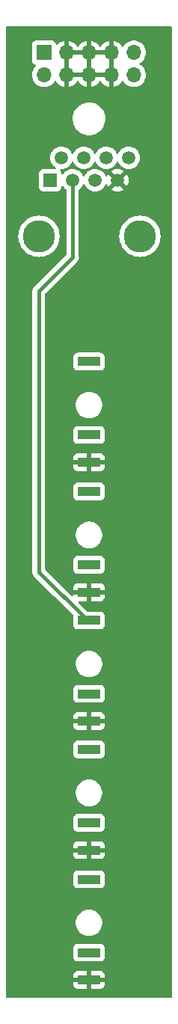
<source format=gbr>
%TF.GenerationSoftware,KiCad,Pcbnew,7.0.7*%
%TF.CreationDate,2023-08-18T12:33:07+01:00*%
%TF.ProjectId,Base_Controls,42617365-5f43-46f6-9e74-726f6c732e6b,rev?*%
%TF.SameCoordinates,Original*%
%TF.FileFunction,Copper,L2,Bot*%
%TF.FilePolarity,Positive*%
%FSLAX46Y46*%
G04 Gerber Fmt 4.6, Leading zero omitted, Abs format (unit mm)*
G04 Created by KiCad (PCBNEW 7.0.7) date 2023-08-18 12:33:07*
%MOMM*%
%LPD*%
G01*
G04 APERTURE LIST*
%TA.AperFunction,WasherPad*%
%ADD10C,3.650000*%
%TD*%
%TA.AperFunction,ComponentPad*%
%ADD11R,1.500000X1.500000*%
%TD*%
%TA.AperFunction,ComponentPad*%
%ADD12C,1.500000*%
%TD*%
%TA.AperFunction,ComponentPad*%
%ADD13R,2.500000X1.000000*%
%TD*%
%TA.AperFunction,ComponentPad*%
%ADD14R,1.700000X1.700000*%
%TD*%
%TA.AperFunction,ComponentPad*%
%ADD15O,1.700000X1.700000*%
%TD*%
%TA.AperFunction,Conductor*%
%ADD16C,0.400000*%
%TD*%
G04 APERTURE END LIST*
D10*
%TO.P,J1,*%
%TO.N,*%
X53730000Y-73800000D03*
X65160000Y-73800000D03*
D11*
%TO.P,J1,1*%
%TO.N,/Interconnect1*%
X55000000Y-67450000D03*
D12*
%TO.P,J1,2*%
%TO.N,/Interconnect2*%
X56270000Y-64910000D03*
%TO.P,J1,3*%
%TO.N,/Interconnect3*%
X57540000Y-67450000D03*
%TO.P,J1,4*%
%TO.N,/Interconnect4*%
X58810000Y-64910000D03*
%TO.P,J1,5*%
%TO.N,/Interconnect5*%
X60080000Y-67450000D03*
%TO.P,J1,6*%
%TO.N,-12V*%
X61350000Y-64910000D03*
%TO.P,J1,7*%
%TO.N,GND*%
X62620000Y-67450000D03*
%TO.P,J1,8*%
%TO.N,+12V*%
X63890000Y-64910000D03*
%TD*%
D13*
%TO.P,J2,1*%
%TO.N,GND*%
X59400000Y-99380000D03*
%TO.P,J2,2*%
%TO.N,unconnected-(J2-Pad2)*%
X59400000Y-96280000D03*
%TO.P,J2,3*%
%TO.N,/Interconnect1*%
X59400000Y-87980000D03*
%TD*%
%TO.P,J6,1*%
%TO.N,GND*%
X59400000Y-157980000D03*
%TO.P,J6,2*%
%TO.N,unconnected-(J6-Pad2)*%
X59400000Y-154880000D03*
%TO.P,J6,3*%
%TO.N,/Interconnect5*%
X59400000Y-146580000D03*
%TD*%
%TO.P,J5,1*%
%TO.N,GND*%
X59400000Y-143280000D03*
%TO.P,J5,2*%
%TO.N,unconnected-(J5-Pad2)*%
X59400000Y-140180000D03*
%TO.P,J5,3*%
%TO.N,/Interconnect4*%
X59400000Y-131880000D03*
%TD*%
%TO.P,J4,1*%
%TO.N,GND*%
X59400000Y-128680000D03*
%TO.P,J4,2*%
%TO.N,unconnected-(J4-Pad2)*%
X59400000Y-125580000D03*
%TO.P,J4,3*%
%TO.N,/Interconnect3*%
X59400000Y-117280000D03*
%TD*%
%TO.P,J3,1*%
%TO.N,GND*%
X59400000Y-114080000D03*
%TO.P,J3,2*%
%TO.N,unconnected-(J3-Pad2)*%
X59400000Y-110980000D03*
%TO.P,J3,3*%
%TO.N,/Interconnect2*%
X59400000Y-102680000D03*
%TD*%
D14*
%TO.P,J7,1,Pin_1*%
%TO.N,-12V*%
X54300000Y-53000000D03*
D15*
%TO.P,J7,2,Pin_2*%
X54300000Y-55540000D03*
%TO.P,J7,3,Pin_3*%
%TO.N,GND*%
X56840000Y-53000000D03*
%TO.P,J7,4,Pin_4*%
X56840000Y-55540000D03*
%TO.P,J7,5,Pin_5*%
X59380000Y-53000000D03*
%TO.P,J7,6,Pin_6*%
X59380000Y-55540000D03*
%TO.P,J7,7,Pin_7*%
X61920000Y-53000000D03*
%TO.P,J7,8,Pin_8*%
X61920000Y-55540000D03*
%TO.P,J7,9,Pin_9*%
%TO.N,+12V*%
X64460000Y-53000000D03*
%TO.P,J7,10,Pin_10*%
X64460000Y-55540000D03*
%TD*%
D16*
%TO.N,/Interconnect3*%
X53700000Y-110380000D02*
X53700000Y-111780000D01*
X53700000Y-80000000D02*
X57540000Y-76160000D01*
X53700000Y-111780000D02*
X59200000Y-117280000D01*
X53700000Y-110380000D02*
X53700000Y-80000000D01*
X57540000Y-76160000D02*
X57540000Y-67450000D01*
%TD*%
%TA.AperFunction,Conductor*%
%TO.N,GND*%
G36*
X58833277Y-55306002D02*
G01*
X58879770Y-55359658D01*
X58889874Y-55429932D01*
X58886053Y-55447496D01*
X58880000Y-55468111D01*
X58880000Y-55611888D01*
X58886053Y-55632504D01*
X58886052Y-55703500D01*
X58847667Y-55763226D01*
X58783086Y-55792718D01*
X58765156Y-55794000D01*
X57454844Y-55794000D01*
X57386723Y-55773998D01*
X57340230Y-55720342D01*
X57330126Y-55650068D01*
X57333947Y-55632504D01*
X57340000Y-55611888D01*
X57340000Y-55468111D01*
X57333947Y-55447496D01*
X57333948Y-55376500D01*
X57372333Y-55316774D01*
X57436914Y-55287282D01*
X57454844Y-55286000D01*
X58765156Y-55286000D01*
X58833277Y-55306002D01*
G37*
%TD.AperFunction*%
%TA.AperFunction,Conductor*%
G36*
X61373277Y-55306002D02*
G01*
X61419770Y-55359658D01*
X61429874Y-55429932D01*
X61426053Y-55447496D01*
X61420000Y-55468111D01*
X61420000Y-55611888D01*
X61426053Y-55632504D01*
X61426052Y-55703500D01*
X61387667Y-55763226D01*
X61323086Y-55792718D01*
X61305156Y-55794000D01*
X59994844Y-55794000D01*
X59926723Y-55773998D01*
X59880230Y-55720342D01*
X59870126Y-55650068D01*
X59873947Y-55632504D01*
X59880000Y-55611888D01*
X59880000Y-55468111D01*
X59873947Y-55447496D01*
X59873948Y-55376500D01*
X59912333Y-55316774D01*
X59976914Y-55287282D01*
X59994844Y-55286000D01*
X61305156Y-55286000D01*
X61373277Y-55306002D01*
G37*
%TD.AperFunction*%
%TA.AperFunction,Conductor*%
G36*
X56804237Y-53500000D02*
G01*
X56875763Y-53500000D01*
X56950069Y-53489316D01*
X57020341Y-53499419D01*
X57073997Y-53545911D01*
X57094000Y-53614031D01*
X57094000Y-54142000D01*
X57093999Y-54925966D01*
X57073997Y-54994087D01*
X57020341Y-55040580D01*
X56950067Y-55050683D01*
X56875768Y-55040000D01*
X56875763Y-55040000D01*
X56804237Y-55040000D01*
X56729929Y-55050683D01*
X56659657Y-55040580D01*
X56606001Y-54994087D01*
X56585999Y-54925966D01*
X56586000Y-54398000D01*
X56586000Y-53614033D01*
X56606002Y-53545912D01*
X56659658Y-53499419D01*
X56729926Y-53489315D01*
X56804237Y-53500000D01*
G37*
%TD.AperFunction*%
%TA.AperFunction,Conductor*%
G36*
X59344237Y-53500000D02*
G01*
X59415763Y-53500000D01*
X59490069Y-53489316D01*
X59560341Y-53499419D01*
X59613997Y-53545911D01*
X59634000Y-53614031D01*
X59634000Y-54925966D01*
X59613998Y-54994087D01*
X59560342Y-55040580D01*
X59490069Y-55050683D01*
X59490068Y-55050683D01*
X59415768Y-55040000D01*
X59415763Y-55040000D01*
X59344237Y-55040000D01*
X59269929Y-55050683D01*
X59199657Y-55040580D01*
X59146001Y-54994087D01*
X59125999Y-54925966D01*
X59126000Y-54398000D01*
X59126000Y-53614033D01*
X59146002Y-53545912D01*
X59199658Y-53499419D01*
X59269926Y-53489315D01*
X59344237Y-53500000D01*
G37*
%TD.AperFunction*%
%TA.AperFunction,Conductor*%
G36*
X61884237Y-53500000D02*
G01*
X61955763Y-53500000D01*
X62030069Y-53489316D01*
X62100341Y-53499419D01*
X62153997Y-53545911D01*
X62174000Y-53614031D01*
X62174000Y-54925966D01*
X62153998Y-54994087D01*
X62100342Y-55040580D01*
X62030069Y-55050683D01*
X62030068Y-55050683D01*
X61955768Y-55040000D01*
X61955763Y-55040000D01*
X61884237Y-55040000D01*
X61884231Y-55040000D01*
X61809932Y-55050683D01*
X61739658Y-55040580D01*
X61686002Y-54994087D01*
X61666000Y-54925966D01*
X61666000Y-53614033D01*
X61686002Y-53545912D01*
X61739658Y-53499419D01*
X61809926Y-53489315D01*
X61884237Y-53500000D01*
G37*
%TD.AperFunction*%
%TA.AperFunction,Conductor*%
G36*
X58833277Y-52766002D02*
G01*
X58879770Y-52819658D01*
X58889874Y-52889932D01*
X58886053Y-52907496D01*
X58880000Y-52928111D01*
X58880000Y-53071888D01*
X58886053Y-53092504D01*
X58886052Y-53163500D01*
X58847667Y-53223226D01*
X58783086Y-53252718D01*
X58765156Y-53254000D01*
X57454844Y-53254000D01*
X57386723Y-53233998D01*
X57340230Y-53180342D01*
X57330126Y-53110068D01*
X57333947Y-53092504D01*
X57340000Y-53071888D01*
X57340000Y-52928111D01*
X57333947Y-52907496D01*
X57333948Y-52836500D01*
X57372333Y-52776774D01*
X57436914Y-52747282D01*
X57454844Y-52746000D01*
X58765156Y-52746000D01*
X58833277Y-52766002D01*
G37*
%TD.AperFunction*%
%TA.AperFunction,Conductor*%
G36*
X61373277Y-52766002D02*
G01*
X61419770Y-52819658D01*
X61429874Y-52889932D01*
X61426053Y-52907496D01*
X61420000Y-52928111D01*
X61420000Y-53071888D01*
X61426053Y-53092504D01*
X61426052Y-53163500D01*
X61387667Y-53223226D01*
X61323086Y-53252718D01*
X61305156Y-53254000D01*
X59994844Y-53254000D01*
X59926723Y-53233998D01*
X59880230Y-53180342D01*
X59870126Y-53110068D01*
X59873947Y-53092504D01*
X59880000Y-53071888D01*
X59880000Y-52928111D01*
X59873947Y-52907496D01*
X59873948Y-52836500D01*
X59912333Y-52776774D01*
X59976914Y-52747282D01*
X59994844Y-52746000D01*
X61305156Y-52746000D01*
X61373277Y-52766002D01*
G37*
%TD.AperFunction*%
%TA.AperFunction,Conductor*%
G36*
X68741621Y-50020502D02*
G01*
X68788114Y-50074158D01*
X68799500Y-50126500D01*
X68799500Y-159873500D01*
X68779498Y-159941621D01*
X68725842Y-159988114D01*
X68673500Y-159999500D01*
X50126500Y-159999500D01*
X50058379Y-159979498D01*
X50011886Y-159925842D01*
X50000500Y-159873500D01*
X50000500Y-158528597D01*
X57642000Y-158528597D01*
X57648505Y-158589093D01*
X57699555Y-158725964D01*
X57699555Y-158725965D01*
X57787095Y-158842904D01*
X57904034Y-158930444D01*
X58040906Y-158981494D01*
X58101402Y-158987999D01*
X58101415Y-158988000D01*
X59146000Y-158988000D01*
X59146000Y-158356000D01*
X59166002Y-158287879D01*
X59219658Y-158241386D01*
X59272000Y-158230000D01*
X59528000Y-158230000D01*
X59596121Y-158250002D01*
X59642614Y-158303658D01*
X59654000Y-158356000D01*
X59654000Y-158988000D01*
X60698585Y-158988000D01*
X60698597Y-158987999D01*
X60759093Y-158981494D01*
X60895964Y-158930444D01*
X60895965Y-158930444D01*
X61012904Y-158842904D01*
X61100444Y-158725965D01*
X61100444Y-158725964D01*
X61151494Y-158589093D01*
X61157999Y-158528597D01*
X61158000Y-158528585D01*
X61158000Y-158234000D01*
X60257906Y-158234000D01*
X60189785Y-158213998D01*
X60143292Y-158160342D01*
X60133188Y-158090068D01*
X60134327Y-158083419D01*
X60154898Y-157980000D01*
X60154898Y-157979999D01*
X60134327Y-157876581D01*
X60140655Y-157805867D01*
X60184210Y-157749800D01*
X60251162Y-157726181D01*
X60257906Y-157726000D01*
X61158000Y-157726000D01*
X61158000Y-157431414D01*
X61157999Y-157431402D01*
X61151494Y-157370906D01*
X61100444Y-157234035D01*
X61100444Y-157234034D01*
X61012904Y-157117095D01*
X60895965Y-157029555D01*
X60759093Y-156978505D01*
X60698597Y-156972000D01*
X59654000Y-156972000D01*
X59654000Y-157604000D01*
X59633998Y-157672121D01*
X59580342Y-157718614D01*
X59528000Y-157730000D01*
X59272000Y-157730000D01*
X59203879Y-157709998D01*
X59157386Y-157656342D01*
X59146000Y-157604000D01*
X59146000Y-156972000D01*
X58101402Y-156972000D01*
X58040906Y-156978505D01*
X57904035Y-157029555D01*
X57904034Y-157029555D01*
X57787095Y-157117095D01*
X57699555Y-157234034D01*
X57699555Y-157234035D01*
X57648505Y-157370906D01*
X57642000Y-157431402D01*
X57642000Y-157726000D01*
X58542094Y-157726000D01*
X58610215Y-157746002D01*
X58656708Y-157799658D01*
X58666812Y-157869932D01*
X58665673Y-157876581D01*
X58645102Y-157979999D01*
X58645102Y-157980000D01*
X58665673Y-158083419D01*
X58659345Y-158154133D01*
X58615790Y-158210200D01*
X58548838Y-158233819D01*
X58542094Y-158234000D01*
X57642000Y-158234000D01*
X57642000Y-158528597D01*
X50000500Y-158528597D01*
X50000500Y-155428649D01*
X57641500Y-155428649D01*
X57648009Y-155489196D01*
X57648011Y-155489204D01*
X57699110Y-155626202D01*
X57699112Y-155626207D01*
X57786738Y-155743261D01*
X57903792Y-155830887D01*
X57903794Y-155830888D01*
X57903796Y-155830889D01*
X57962875Y-155852924D01*
X58040795Y-155881988D01*
X58040803Y-155881990D01*
X58101350Y-155888499D01*
X58101355Y-155888499D01*
X58101362Y-155888500D01*
X58101368Y-155888500D01*
X60698632Y-155888500D01*
X60698638Y-155888500D01*
X60698645Y-155888499D01*
X60698649Y-155888499D01*
X60759196Y-155881990D01*
X60759199Y-155881989D01*
X60759201Y-155881989D01*
X60896204Y-155830889D01*
X61013261Y-155743261D01*
X61100889Y-155626204D01*
X61151989Y-155489201D01*
X61158500Y-155428638D01*
X61158500Y-154331362D01*
X61158499Y-154331350D01*
X61151990Y-154270803D01*
X61151988Y-154270795D01*
X61100889Y-154133797D01*
X61100887Y-154133792D01*
X61013261Y-154016738D01*
X60896207Y-153929112D01*
X60896202Y-153929110D01*
X60759204Y-153878011D01*
X60759196Y-153878009D01*
X60698649Y-153871500D01*
X60698638Y-153871500D01*
X58101362Y-153871500D01*
X58101350Y-153871500D01*
X58040803Y-153878009D01*
X58040795Y-153878011D01*
X57903797Y-153929110D01*
X57903792Y-153929112D01*
X57786738Y-154016738D01*
X57699112Y-154133792D01*
X57699110Y-154133797D01*
X57648011Y-154270795D01*
X57648009Y-154270803D01*
X57641500Y-154331350D01*
X57641500Y-155428649D01*
X50000500Y-155428649D01*
X50000500Y-151624335D01*
X57899500Y-151624335D01*
X57933647Y-151828975D01*
X57940428Y-151869609D01*
X57940430Y-151869618D01*
X58021170Y-152104807D01*
X58021171Y-152104809D01*
X58139525Y-152323508D01*
X58139526Y-152323509D01*
X58292267Y-152519750D01*
X58475214Y-152688164D01*
X58683393Y-152824173D01*
X58683392Y-152824173D01*
X58829411Y-152888222D01*
X58911119Y-152924063D01*
X58911120Y-152924063D01*
X58911122Y-152924064D01*
X59152171Y-152985106D01*
X59152179Y-152985108D01*
X59317446Y-152998802D01*
X59337931Y-153000500D01*
X59337933Y-153000500D01*
X59462069Y-153000500D01*
X59481483Y-152998891D01*
X59647821Y-152985108D01*
X59888881Y-152924063D01*
X60116607Y-152824173D01*
X60324785Y-152688164D01*
X60324785Y-152688163D01*
X60507732Y-152519750D01*
X60507733Y-152519748D01*
X60507738Y-152519744D01*
X60660474Y-152323509D01*
X60778828Y-152104810D01*
X60859571Y-151869614D01*
X60900500Y-151624335D01*
X60900500Y-151375665D01*
X60859571Y-151130386D01*
X60778828Y-150895190D01*
X60660474Y-150676491D01*
X60507738Y-150480256D01*
X60507736Y-150480254D01*
X60507732Y-150480249D01*
X60324785Y-150311835D01*
X60116606Y-150175826D01*
X60116607Y-150175826D01*
X59888884Y-150075938D01*
X59888877Y-150075935D01*
X59647828Y-150014893D01*
X59647823Y-150014892D01*
X59647821Y-150014892D01*
X59514630Y-150003855D01*
X59462069Y-149999500D01*
X59462067Y-149999500D01*
X59337933Y-149999500D01*
X59337931Y-149999500D01*
X59276707Y-150004573D01*
X59152179Y-150014892D01*
X59152177Y-150014892D01*
X59152171Y-150014893D01*
X58911122Y-150075935D01*
X58911115Y-150075938D01*
X58683393Y-150175826D01*
X58475214Y-150311835D01*
X58292267Y-150480249D01*
X58139526Y-150676490D01*
X58139525Y-150676491D01*
X58021171Y-150895190D01*
X58021170Y-150895192D01*
X57940430Y-151130381D01*
X57940428Y-151130386D01*
X57940429Y-151130386D01*
X57899500Y-151375665D01*
X57899500Y-151624335D01*
X50000500Y-151624335D01*
X50000500Y-147128649D01*
X57641500Y-147128649D01*
X57648009Y-147189196D01*
X57648011Y-147189204D01*
X57699110Y-147326202D01*
X57699112Y-147326207D01*
X57786738Y-147443261D01*
X57903792Y-147530887D01*
X57903794Y-147530888D01*
X57903796Y-147530889D01*
X57962875Y-147552924D01*
X58040795Y-147581988D01*
X58040803Y-147581990D01*
X58101350Y-147588499D01*
X58101355Y-147588499D01*
X58101362Y-147588500D01*
X58101368Y-147588500D01*
X60698632Y-147588500D01*
X60698638Y-147588500D01*
X60698645Y-147588499D01*
X60698649Y-147588499D01*
X60759196Y-147581990D01*
X60759199Y-147581989D01*
X60759201Y-147581989D01*
X60896204Y-147530889D01*
X61013261Y-147443261D01*
X61100889Y-147326204D01*
X61151989Y-147189201D01*
X61158500Y-147128638D01*
X61158500Y-146031362D01*
X61158499Y-146031350D01*
X61151990Y-145970803D01*
X61151988Y-145970795D01*
X61100889Y-145833797D01*
X61100887Y-145833792D01*
X61013261Y-145716738D01*
X60896207Y-145629112D01*
X60896202Y-145629110D01*
X60759204Y-145578011D01*
X60759196Y-145578009D01*
X60698649Y-145571500D01*
X60698638Y-145571500D01*
X58101362Y-145571500D01*
X58101350Y-145571500D01*
X58040803Y-145578009D01*
X58040795Y-145578011D01*
X57903797Y-145629110D01*
X57903792Y-145629112D01*
X57786738Y-145716738D01*
X57699112Y-145833792D01*
X57699110Y-145833797D01*
X57648011Y-145970795D01*
X57648009Y-145970803D01*
X57641500Y-146031350D01*
X57641500Y-147128649D01*
X50000500Y-147128649D01*
X50000500Y-143828597D01*
X57642000Y-143828597D01*
X57648505Y-143889093D01*
X57699555Y-144025964D01*
X57699555Y-144025965D01*
X57787095Y-144142904D01*
X57904034Y-144230444D01*
X58040906Y-144281494D01*
X58101402Y-144287999D01*
X58101415Y-144288000D01*
X59146000Y-144288000D01*
X59146000Y-143656000D01*
X59166002Y-143587879D01*
X59219658Y-143541386D01*
X59272000Y-143530000D01*
X59528000Y-143530000D01*
X59596121Y-143550002D01*
X59642614Y-143603658D01*
X59654000Y-143656000D01*
X59654000Y-144288000D01*
X60698585Y-144288000D01*
X60698597Y-144287999D01*
X60759093Y-144281494D01*
X60895964Y-144230444D01*
X60895965Y-144230444D01*
X61012904Y-144142904D01*
X61100444Y-144025965D01*
X61100444Y-144025964D01*
X61151494Y-143889093D01*
X61157999Y-143828597D01*
X61158000Y-143828585D01*
X61158000Y-143534000D01*
X60257906Y-143534000D01*
X60189785Y-143513998D01*
X60143292Y-143460342D01*
X60133188Y-143390068D01*
X60134327Y-143383419D01*
X60154898Y-143280000D01*
X60154898Y-143279999D01*
X60134327Y-143176581D01*
X60140655Y-143105867D01*
X60184210Y-143049800D01*
X60251162Y-143026181D01*
X60257906Y-143026000D01*
X61158000Y-143026000D01*
X61158000Y-142731414D01*
X61157999Y-142731402D01*
X61151494Y-142670906D01*
X61100444Y-142534035D01*
X61100444Y-142534034D01*
X61012904Y-142417095D01*
X60895965Y-142329555D01*
X60759093Y-142278505D01*
X60698597Y-142272000D01*
X59654000Y-142272000D01*
X59654000Y-142904000D01*
X59633998Y-142972121D01*
X59580342Y-143018614D01*
X59528000Y-143030000D01*
X59272000Y-143030000D01*
X59203879Y-143009998D01*
X59157386Y-142956342D01*
X59146000Y-142904000D01*
X59146000Y-142272000D01*
X58101402Y-142272000D01*
X58040906Y-142278505D01*
X57904035Y-142329555D01*
X57904034Y-142329555D01*
X57787095Y-142417095D01*
X57699555Y-142534034D01*
X57699555Y-142534035D01*
X57648505Y-142670906D01*
X57642000Y-142731402D01*
X57642000Y-143026000D01*
X58542094Y-143026000D01*
X58610215Y-143046002D01*
X58656708Y-143099658D01*
X58666812Y-143169932D01*
X58665673Y-143176581D01*
X58645102Y-143279999D01*
X58645102Y-143280000D01*
X58665673Y-143383419D01*
X58659345Y-143454133D01*
X58615790Y-143510200D01*
X58548838Y-143533819D01*
X58542094Y-143534000D01*
X57642000Y-143534000D01*
X57642000Y-143828597D01*
X50000500Y-143828597D01*
X50000500Y-140728649D01*
X57641500Y-140728649D01*
X57648009Y-140789196D01*
X57648011Y-140789204D01*
X57699110Y-140926202D01*
X57699112Y-140926207D01*
X57786738Y-141043261D01*
X57903792Y-141130887D01*
X57903794Y-141130888D01*
X57903796Y-141130889D01*
X57962875Y-141152924D01*
X58040795Y-141181988D01*
X58040803Y-141181990D01*
X58101350Y-141188499D01*
X58101355Y-141188499D01*
X58101362Y-141188500D01*
X58101368Y-141188500D01*
X60698632Y-141188500D01*
X60698638Y-141188500D01*
X60698645Y-141188499D01*
X60698649Y-141188499D01*
X60759196Y-141181990D01*
X60759199Y-141181989D01*
X60759201Y-141181989D01*
X60896204Y-141130889D01*
X61013261Y-141043261D01*
X61100889Y-140926204D01*
X61151989Y-140789201D01*
X61158500Y-140728638D01*
X61158500Y-139631362D01*
X61158499Y-139631350D01*
X61151990Y-139570803D01*
X61151988Y-139570795D01*
X61100889Y-139433797D01*
X61100887Y-139433792D01*
X61013261Y-139316738D01*
X60896207Y-139229112D01*
X60896202Y-139229110D01*
X60759204Y-139178011D01*
X60759196Y-139178009D01*
X60698649Y-139171500D01*
X60698638Y-139171500D01*
X58101362Y-139171500D01*
X58101350Y-139171500D01*
X58040803Y-139178009D01*
X58040795Y-139178011D01*
X57903797Y-139229110D01*
X57903792Y-139229112D01*
X57786738Y-139316738D01*
X57699112Y-139433792D01*
X57699110Y-139433797D01*
X57648011Y-139570795D01*
X57648009Y-139570803D01*
X57641500Y-139631350D01*
X57641500Y-140728649D01*
X50000500Y-140728649D01*
X50000500Y-136924335D01*
X57899500Y-136924335D01*
X57933647Y-137128975D01*
X57940428Y-137169609D01*
X57940430Y-137169618D01*
X58021170Y-137404807D01*
X58021171Y-137404809D01*
X58139525Y-137623508D01*
X58139526Y-137623509D01*
X58292267Y-137819750D01*
X58475214Y-137988164D01*
X58683393Y-138124173D01*
X58683392Y-138124173D01*
X58829411Y-138188222D01*
X58911119Y-138224063D01*
X58911120Y-138224063D01*
X58911122Y-138224064D01*
X59152171Y-138285106D01*
X59152179Y-138285108D01*
X59317446Y-138298802D01*
X59337931Y-138300500D01*
X59337933Y-138300500D01*
X59462069Y-138300500D01*
X59481483Y-138298891D01*
X59647821Y-138285108D01*
X59888881Y-138224063D01*
X60116607Y-138124173D01*
X60324785Y-137988164D01*
X60324785Y-137988163D01*
X60507732Y-137819750D01*
X60507733Y-137819748D01*
X60507738Y-137819744D01*
X60660474Y-137623509D01*
X60778828Y-137404810D01*
X60859571Y-137169614D01*
X60900500Y-136924335D01*
X60900500Y-136675665D01*
X60859571Y-136430386D01*
X60778828Y-136195190D01*
X60660474Y-135976491D01*
X60507738Y-135780256D01*
X60507736Y-135780254D01*
X60507732Y-135780249D01*
X60324785Y-135611835D01*
X60116606Y-135475826D01*
X60116607Y-135475826D01*
X59888884Y-135375938D01*
X59888877Y-135375935D01*
X59647828Y-135314893D01*
X59647823Y-135314892D01*
X59647821Y-135314892D01*
X59514630Y-135303855D01*
X59462069Y-135299500D01*
X59462067Y-135299500D01*
X59337933Y-135299500D01*
X59337931Y-135299500D01*
X59276707Y-135304573D01*
X59152179Y-135314892D01*
X59152177Y-135314892D01*
X59152171Y-135314893D01*
X58911122Y-135375935D01*
X58911115Y-135375938D01*
X58683393Y-135475826D01*
X58475214Y-135611835D01*
X58292267Y-135780249D01*
X58139526Y-135976490D01*
X58139525Y-135976491D01*
X58021171Y-136195190D01*
X58021170Y-136195192D01*
X57940430Y-136430381D01*
X57940428Y-136430386D01*
X57940429Y-136430386D01*
X57899500Y-136675665D01*
X57899500Y-136924335D01*
X50000500Y-136924335D01*
X50000500Y-132428649D01*
X57641500Y-132428649D01*
X57648009Y-132489196D01*
X57648011Y-132489204D01*
X57699110Y-132626202D01*
X57699112Y-132626207D01*
X57786738Y-132743261D01*
X57903792Y-132830887D01*
X57903794Y-132830888D01*
X57903796Y-132830889D01*
X57962875Y-132852924D01*
X58040795Y-132881988D01*
X58040803Y-132881990D01*
X58101350Y-132888499D01*
X58101355Y-132888499D01*
X58101362Y-132888500D01*
X58101368Y-132888500D01*
X60698632Y-132888500D01*
X60698638Y-132888500D01*
X60698645Y-132888499D01*
X60698649Y-132888499D01*
X60759196Y-132881990D01*
X60759199Y-132881989D01*
X60759201Y-132881989D01*
X60896204Y-132830889D01*
X61013261Y-132743261D01*
X61100889Y-132626204D01*
X61151989Y-132489201D01*
X61158500Y-132428638D01*
X61158500Y-131331362D01*
X61158499Y-131331350D01*
X61151990Y-131270803D01*
X61151988Y-131270795D01*
X61100889Y-131133797D01*
X61100887Y-131133792D01*
X61013261Y-131016738D01*
X60896207Y-130929112D01*
X60896202Y-130929110D01*
X60759204Y-130878011D01*
X60759196Y-130878009D01*
X60698649Y-130871500D01*
X60698638Y-130871500D01*
X58101362Y-130871500D01*
X58101350Y-130871500D01*
X58040803Y-130878009D01*
X58040795Y-130878011D01*
X57903797Y-130929110D01*
X57903792Y-130929112D01*
X57786738Y-131016738D01*
X57699112Y-131133792D01*
X57699110Y-131133797D01*
X57648011Y-131270795D01*
X57648009Y-131270803D01*
X57641500Y-131331350D01*
X57641500Y-132428649D01*
X50000500Y-132428649D01*
X50000500Y-129228597D01*
X57642000Y-129228597D01*
X57648505Y-129289093D01*
X57699555Y-129425964D01*
X57699555Y-129425965D01*
X57787095Y-129542904D01*
X57904034Y-129630444D01*
X58040906Y-129681494D01*
X58101402Y-129687999D01*
X58101415Y-129688000D01*
X59146000Y-129688000D01*
X59146000Y-129056000D01*
X59166002Y-128987879D01*
X59219658Y-128941386D01*
X59272000Y-128930000D01*
X59528000Y-128930000D01*
X59596121Y-128950002D01*
X59642614Y-129003658D01*
X59654000Y-129056000D01*
X59654000Y-129688000D01*
X60698585Y-129688000D01*
X60698597Y-129687999D01*
X60759093Y-129681494D01*
X60895964Y-129630444D01*
X60895965Y-129630444D01*
X61012904Y-129542904D01*
X61100444Y-129425965D01*
X61100444Y-129425964D01*
X61151494Y-129289093D01*
X61157999Y-129228597D01*
X61158000Y-129228585D01*
X61158000Y-128934000D01*
X60257906Y-128934000D01*
X60189785Y-128913998D01*
X60143292Y-128860342D01*
X60133188Y-128790068D01*
X60134327Y-128783419D01*
X60154898Y-128680000D01*
X60154898Y-128679999D01*
X60134327Y-128576581D01*
X60140655Y-128505867D01*
X60184210Y-128449800D01*
X60251162Y-128426181D01*
X60257906Y-128426000D01*
X61158000Y-128426000D01*
X61158000Y-128131414D01*
X61157999Y-128131402D01*
X61151494Y-128070906D01*
X61100444Y-127934035D01*
X61100444Y-127934034D01*
X61012904Y-127817095D01*
X60895965Y-127729555D01*
X60759093Y-127678505D01*
X60698597Y-127672000D01*
X59654000Y-127672000D01*
X59654000Y-128304000D01*
X59633998Y-128372121D01*
X59580342Y-128418614D01*
X59528000Y-128430000D01*
X59272000Y-128430000D01*
X59203879Y-128409998D01*
X59157386Y-128356342D01*
X59146000Y-128304000D01*
X59146000Y-127672000D01*
X58101402Y-127672000D01*
X58040906Y-127678505D01*
X57904035Y-127729555D01*
X57904034Y-127729555D01*
X57787095Y-127817095D01*
X57699555Y-127934034D01*
X57699555Y-127934035D01*
X57648505Y-128070906D01*
X57642000Y-128131402D01*
X57642000Y-128426000D01*
X58542094Y-128426000D01*
X58610215Y-128446002D01*
X58656708Y-128499658D01*
X58666812Y-128569932D01*
X58665673Y-128576581D01*
X58645102Y-128679999D01*
X58645102Y-128680000D01*
X58665673Y-128783419D01*
X58659345Y-128854133D01*
X58615790Y-128910200D01*
X58548838Y-128933819D01*
X58542094Y-128934000D01*
X57642000Y-128934000D01*
X57642000Y-129228597D01*
X50000500Y-129228597D01*
X50000500Y-126128649D01*
X57641500Y-126128649D01*
X57648009Y-126189196D01*
X57648011Y-126189204D01*
X57699110Y-126326202D01*
X57699112Y-126326207D01*
X57786738Y-126443261D01*
X57903792Y-126530887D01*
X57903794Y-126530888D01*
X57903796Y-126530889D01*
X57962875Y-126552924D01*
X58040795Y-126581988D01*
X58040803Y-126581990D01*
X58101350Y-126588499D01*
X58101355Y-126588499D01*
X58101362Y-126588500D01*
X58101368Y-126588500D01*
X60698632Y-126588500D01*
X60698638Y-126588500D01*
X60698645Y-126588499D01*
X60698649Y-126588499D01*
X60759196Y-126581990D01*
X60759199Y-126581989D01*
X60759201Y-126581989D01*
X60896204Y-126530889D01*
X61013261Y-126443261D01*
X61100889Y-126326204D01*
X61151989Y-126189201D01*
X61158500Y-126128638D01*
X61158500Y-125031362D01*
X61158499Y-125031350D01*
X61151990Y-124970803D01*
X61151988Y-124970795D01*
X61100889Y-124833797D01*
X61100887Y-124833792D01*
X61013261Y-124716738D01*
X60896207Y-124629112D01*
X60896202Y-124629110D01*
X60759204Y-124578011D01*
X60759196Y-124578009D01*
X60698649Y-124571500D01*
X60698638Y-124571500D01*
X58101362Y-124571500D01*
X58101350Y-124571500D01*
X58040803Y-124578009D01*
X58040795Y-124578011D01*
X57903797Y-124629110D01*
X57903792Y-124629112D01*
X57786738Y-124716738D01*
X57699112Y-124833792D01*
X57699110Y-124833797D01*
X57648011Y-124970795D01*
X57648009Y-124970803D01*
X57641500Y-125031350D01*
X57641500Y-126128649D01*
X50000500Y-126128649D01*
X50000500Y-122324335D01*
X57899500Y-122324335D01*
X57933647Y-122528974D01*
X57940428Y-122569609D01*
X57940430Y-122569618D01*
X58021170Y-122804807D01*
X58021171Y-122804809D01*
X58139525Y-123023508D01*
X58139526Y-123023509D01*
X58292267Y-123219750D01*
X58475214Y-123388164D01*
X58683393Y-123524173D01*
X58683392Y-123524173D01*
X58829411Y-123588222D01*
X58911119Y-123624063D01*
X58911120Y-123624063D01*
X58911122Y-123624064D01*
X59152171Y-123685106D01*
X59152179Y-123685108D01*
X59317446Y-123698802D01*
X59337931Y-123700500D01*
X59337933Y-123700500D01*
X59462069Y-123700500D01*
X59481483Y-123698891D01*
X59647821Y-123685108D01*
X59888881Y-123624063D01*
X60116607Y-123524173D01*
X60324785Y-123388164D01*
X60324785Y-123388163D01*
X60507732Y-123219750D01*
X60507733Y-123219748D01*
X60507738Y-123219744D01*
X60660474Y-123023509D01*
X60778828Y-122804810D01*
X60859571Y-122569614D01*
X60900500Y-122324335D01*
X60900500Y-122075665D01*
X60859571Y-121830386D01*
X60778828Y-121595190D01*
X60660474Y-121376491D01*
X60507738Y-121180256D01*
X60507736Y-121180254D01*
X60507732Y-121180249D01*
X60324785Y-121011835D01*
X60116606Y-120875826D01*
X60116607Y-120875826D01*
X59888884Y-120775938D01*
X59888877Y-120775935D01*
X59647828Y-120714893D01*
X59647823Y-120714892D01*
X59647821Y-120714892D01*
X59514630Y-120703855D01*
X59462069Y-120699500D01*
X59462067Y-120699500D01*
X59337933Y-120699500D01*
X59337931Y-120699500D01*
X59276707Y-120704573D01*
X59152179Y-120714892D01*
X59152177Y-120714892D01*
X59152171Y-120714893D01*
X58911122Y-120775935D01*
X58911115Y-120775938D01*
X58683393Y-120875826D01*
X58475214Y-121011835D01*
X58292267Y-121180249D01*
X58139526Y-121376490D01*
X58139525Y-121376491D01*
X58021171Y-121595190D01*
X58021170Y-121595192D01*
X57940430Y-121830381D01*
X57940428Y-121830386D01*
X57940429Y-121830386D01*
X57899500Y-122075665D01*
X57899500Y-122324335D01*
X50000500Y-122324335D01*
X50000500Y-111823092D01*
X52987598Y-111823092D01*
X52998902Y-111884782D01*
X52999475Y-111888544D01*
X53007033Y-111950794D01*
X53007034Y-111950798D01*
X53010650Y-111960333D01*
X53016770Y-111982286D01*
X53017909Y-111988500D01*
X53018612Y-111992332D01*
X53044353Y-112049528D01*
X53045809Y-112053043D01*
X53059334Y-112088705D01*
X53068046Y-112111675D01*
X53073840Y-112120069D01*
X53085035Y-112139919D01*
X53089223Y-112149222D01*
X53089225Y-112149226D01*
X53113449Y-112180146D01*
X53127899Y-112198590D01*
X53130154Y-112201655D01*
X53165783Y-112253271D01*
X53165784Y-112253272D01*
X53165785Y-112253273D01*
X53212750Y-112294880D01*
X53215494Y-112297464D01*
X55422965Y-114504935D01*
X57604595Y-116686565D01*
X57638621Y-116748877D01*
X57641500Y-116775660D01*
X57641500Y-117828649D01*
X57648009Y-117889196D01*
X57648011Y-117889204D01*
X57699110Y-118026202D01*
X57699112Y-118026207D01*
X57786738Y-118143261D01*
X57903792Y-118230887D01*
X57903794Y-118230888D01*
X57903796Y-118230889D01*
X57962875Y-118252924D01*
X58040795Y-118281988D01*
X58040803Y-118281990D01*
X58101350Y-118288499D01*
X58101355Y-118288499D01*
X58101362Y-118288500D01*
X58101368Y-118288500D01*
X60698632Y-118288500D01*
X60698638Y-118288500D01*
X60698645Y-118288499D01*
X60698649Y-118288499D01*
X60759196Y-118281990D01*
X60759199Y-118281989D01*
X60759201Y-118281989D01*
X60896204Y-118230889D01*
X61013261Y-118143261D01*
X61100889Y-118026204D01*
X61151989Y-117889201D01*
X61158500Y-117828638D01*
X61158500Y-116731362D01*
X61153684Y-116686565D01*
X61151990Y-116670803D01*
X61151988Y-116670795D01*
X61100889Y-116533797D01*
X61100887Y-116533792D01*
X61013261Y-116416738D01*
X60896207Y-116329112D01*
X60896202Y-116329110D01*
X60759204Y-116278011D01*
X60759196Y-116278009D01*
X60698649Y-116271500D01*
X60698638Y-116271500D01*
X59245660Y-116271500D01*
X59177539Y-116251498D01*
X59156565Y-116234595D01*
X58225065Y-115303095D01*
X58191039Y-115240783D01*
X58196104Y-115169968D01*
X58238651Y-115113132D01*
X58305171Y-115088321D01*
X58314160Y-115088000D01*
X59146000Y-115088000D01*
X59146000Y-114456000D01*
X59166002Y-114387879D01*
X59219658Y-114341386D01*
X59272000Y-114330000D01*
X59528000Y-114330000D01*
X59596121Y-114350002D01*
X59642614Y-114403658D01*
X59654000Y-114456000D01*
X59654000Y-115088000D01*
X60698585Y-115088000D01*
X60698597Y-115087999D01*
X60759093Y-115081494D01*
X60895964Y-115030444D01*
X60895965Y-115030444D01*
X61012904Y-114942904D01*
X61100444Y-114825965D01*
X61100444Y-114825964D01*
X61151494Y-114689093D01*
X61157999Y-114628597D01*
X61158000Y-114628585D01*
X61158000Y-114334000D01*
X60257906Y-114334000D01*
X60189785Y-114313998D01*
X60143292Y-114260342D01*
X60133188Y-114190068D01*
X60134327Y-114183419D01*
X60154898Y-114080000D01*
X60154898Y-114079999D01*
X60134327Y-113976581D01*
X60140655Y-113905867D01*
X60184210Y-113849800D01*
X60251162Y-113826181D01*
X60257906Y-113826000D01*
X61158000Y-113826000D01*
X61158000Y-113531414D01*
X61157999Y-113531402D01*
X61151494Y-113470906D01*
X61100444Y-113334035D01*
X61100444Y-113334034D01*
X61012904Y-113217095D01*
X60895965Y-113129555D01*
X60759093Y-113078505D01*
X60698597Y-113072000D01*
X59654000Y-113072000D01*
X59654000Y-113704000D01*
X59633998Y-113772121D01*
X59580342Y-113818614D01*
X59528000Y-113830000D01*
X59272000Y-113830000D01*
X59203879Y-113809998D01*
X59157386Y-113756342D01*
X59146000Y-113704000D01*
X59146000Y-113072000D01*
X58101402Y-113072000D01*
X58040906Y-113078505D01*
X57904035Y-113129555D01*
X57904034Y-113129555D01*
X57787095Y-113217095D01*
X57699555Y-113334034D01*
X57699555Y-113334035D01*
X57648505Y-113470906D01*
X57642000Y-113531402D01*
X57642000Y-113826000D01*
X58542094Y-113826000D01*
X58610215Y-113846002D01*
X58656708Y-113899658D01*
X58666812Y-113969932D01*
X58665673Y-113976581D01*
X58645102Y-114079999D01*
X58645102Y-114080000D01*
X58665673Y-114183419D01*
X58659345Y-114254133D01*
X58615790Y-114310200D01*
X58548838Y-114333819D01*
X58542094Y-114334000D01*
X57642000Y-114334000D01*
X57642000Y-114415840D01*
X57621998Y-114483961D01*
X57568342Y-114530454D01*
X57498068Y-114540558D01*
X57433488Y-114511064D01*
X57426905Y-114504935D01*
X54450619Y-111528649D01*
X57641500Y-111528649D01*
X57648009Y-111589196D01*
X57648011Y-111589204D01*
X57699110Y-111726202D01*
X57699112Y-111726207D01*
X57786738Y-111843261D01*
X57903792Y-111930887D01*
X57903794Y-111930888D01*
X57903796Y-111930889D01*
X57957163Y-111950794D01*
X58040795Y-111981988D01*
X58040803Y-111981990D01*
X58101350Y-111988499D01*
X58101355Y-111988499D01*
X58101362Y-111988500D01*
X58101368Y-111988500D01*
X60698632Y-111988500D01*
X60698638Y-111988500D01*
X60698645Y-111988499D01*
X60698649Y-111988499D01*
X60759196Y-111981990D01*
X60759199Y-111981989D01*
X60759201Y-111981989D01*
X60896204Y-111930889D01*
X61013261Y-111843261D01*
X61100889Y-111726204D01*
X61151989Y-111589201D01*
X61158500Y-111528638D01*
X61158500Y-110431362D01*
X61158499Y-110431350D01*
X61151990Y-110370803D01*
X61151988Y-110370795D01*
X61100889Y-110233797D01*
X61100887Y-110233792D01*
X61013261Y-110116738D01*
X60896207Y-110029112D01*
X60896202Y-110029110D01*
X60759204Y-109978011D01*
X60759196Y-109978009D01*
X60698649Y-109971500D01*
X60698638Y-109971500D01*
X58101362Y-109971500D01*
X58101350Y-109971500D01*
X58040803Y-109978009D01*
X58040795Y-109978011D01*
X57903797Y-110029110D01*
X57903792Y-110029112D01*
X57786738Y-110116738D01*
X57699112Y-110233792D01*
X57699110Y-110233797D01*
X57648011Y-110370795D01*
X57648009Y-110370803D01*
X57641500Y-110431350D01*
X57641500Y-111528649D01*
X54450619Y-111528649D01*
X54445405Y-111523435D01*
X54411379Y-111461123D01*
X54408500Y-111434340D01*
X54408500Y-107724335D01*
X57899500Y-107724335D01*
X57933647Y-107928974D01*
X57940428Y-107969609D01*
X57940430Y-107969618D01*
X58021170Y-108204807D01*
X58021171Y-108204809D01*
X58139525Y-108423508D01*
X58139526Y-108423509D01*
X58292267Y-108619750D01*
X58475214Y-108788164D01*
X58683393Y-108924173D01*
X58683392Y-108924173D01*
X58829411Y-108988222D01*
X58911119Y-109024063D01*
X58911120Y-109024063D01*
X58911122Y-109024064D01*
X59152171Y-109085106D01*
X59152179Y-109085108D01*
X59317446Y-109098802D01*
X59337931Y-109100500D01*
X59337933Y-109100500D01*
X59462069Y-109100500D01*
X59481483Y-109098891D01*
X59647821Y-109085108D01*
X59888881Y-109024063D01*
X60116607Y-108924173D01*
X60324785Y-108788164D01*
X60507732Y-108619750D01*
X60507733Y-108619748D01*
X60507738Y-108619744D01*
X60660474Y-108423509D01*
X60778828Y-108204810D01*
X60859571Y-107969614D01*
X60900500Y-107724335D01*
X60900500Y-107475665D01*
X60859571Y-107230386D01*
X60778828Y-106995190D01*
X60660474Y-106776491D01*
X60507738Y-106580256D01*
X60507736Y-106580254D01*
X60507732Y-106580249D01*
X60324785Y-106411835D01*
X60116606Y-106275826D01*
X60116607Y-106275826D01*
X59888884Y-106175938D01*
X59888877Y-106175935D01*
X59647828Y-106114893D01*
X59647823Y-106114892D01*
X59647821Y-106114892D01*
X59514630Y-106103855D01*
X59462069Y-106099500D01*
X59462067Y-106099500D01*
X59337933Y-106099500D01*
X59337931Y-106099500D01*
X59276707Y-106104573D01*
X59152179Y-106114892D01*
X59152177Y-106114892D01*
X59152171Y-106114893D01*
X58911122Y-106175935D01*
X58911115Y-106175938D01*
X58683393Y-106275826D01*
X58475214Y-106411835D01*
X58292267Y-106580249D01*
X58139526Y-106776490D01*
X58139525Y-106776491D01*
X58021171Y-106995190D01*
X58021170Y-106995192D01*
X57940430Y-107230381D01*
X57940428Y-107230386D01*
X57940429Y-107230386D01*
X57899500Y-107475665D01*
X57899500Y-107724335D01*
X54408500Y-107724335D01*
X54408500Y-103228649D01*
X57641500Y-103228649D01*
X57648009Y-103289196D01*
X57648011Y-103289204D01*
X57699110Y-103426202D01*
X57699112Y-103426207D01*
X57786738Y-103543261D01*
X57903792Y-103630887D01*
X57903794Y-103630888D01*
X57903796Y-103630889D01*
X57962875Y-103652924D01*
X58040795Y-103681988D01*
X58040803Y-103681990D01*
X58101350Y-103688499D01*
X58101355Y-103688499D01*
X58101362Y-103688500D01*
X58101368Y-103688500D01*
X60698632Y-103688500D01*
X60698638Y-103688500D01*
X60698645Y-103688499D01*
X60698649Y-103688499D01*
X60759196Y-103681990D01*
X60759199Y-103681989D01*
X60759201Y-103681989D01*
X60896204Y-103630889D01*
X61013261Y-103543261D01*
X61100889Y-103426204D01*
X61151989Y-103289201D01*
X61158500Y-103228638D01*
X61158500Y-102131362D01*
X61158499Y-102131350D01*
X61151990Y-102070803D01*
X61151988Y-102070795D01*
X61100889Y-101933797D01*
X61100887Y-101933792D01*
X61013261Y-101816738D01*
X60896207Y-101729112D01*
X60896202Y-101729110D01*
X60759204Y-101678011D01*
X60759196Y-101678009D01*
X60698649Y-101671500D01*
X60698638Y-101671500D01*
X58101362Y-101671500D01*
X58101350Y-101671500D01*
X58040803Y-101678009D01*
X58040795Y-101678011D01*
X57903797Y-101729110D01*
X57903792Y-101729112D01*
X57786738Y-101816738D01*
X57699112Y-101933792D01*
X57699110Y-101933797D01*
X57648011Y-102070795D01*
X57648009Y-102070803D01*
X57641500Y-102131350D01*
X57641500Y-103228649D01*
X54408500Y-103228649D01*
X54408500Y-99928597D01*
X57642000Y-99928597D01*
X57648505Y-99989093D01*
X57699555Y-100125964D01*
X57699555Y-100125965D01*
X57787095Y-100242904D01*
X57904034Y-100330444D01*
X58040906Y-100381494D01*
X58101402Y-100387999D01*
X58101415Y-100388000D01*
X59146000Y-100388000D01*
X59146000Y-99756000D01*
X59166002Y-99687879D01*
X59219658Y-99641386D01*
X59272000Y-99630000D01*
X59528000Y-99630000D01*
X59596121Y-99650002D01*
X59642614Y-99703658D01*
X59654000Y-99756000D01*
X59654000Y-100388000D01*
X60698585Y-100388000D01*
X60698597Y-100387999D01*
X60759093Y-100381494D01*
X60895964Y-100330444D01*
X60895965Y-100330444D01*
X61012904Y-100242904D01*
X61100444Y-100125965D01*
X61100444Y-100125964D01*
X61151494Y-99989093D01*
X61157999Y-99928597D01*
X61158000Y-99928585D01*
X61158000Y-99634000D01*
X60257906Y-99634000D01*
X60189785Y-99613998D01*
X60143292Y-99560342D01*
X60133188Y-99490068D01*
X60134327Y-99483419D01*
X60154898Y-99380000D01*
X60154898Y-99379999D01*
X60134327Y-99276581D01*
X60140655Y-99205867D01*
X60184210Y-99149800D01*
X60251162Y-99126181D01*
X60257906Y-99126000D01*
X61158000Y-99126000D01*
X61158000Y-98831414D01*
X61157999Y-98831402D01*
X61151494Y-98770906D01*
X61100444Y-98634035D01*
X61100444Y-98634034D01*
X61012904Y-98517095D01*
X60895965Y-98429555D01*
X60759093Y-98378505D01*
X60698597Y-98372000D01*
X59654000Y-98372000D01*
X59654000Y-99004000D01*
X59633998Y-99072121D01*
X59580342Y-99118614D01*
X59528000Y-99130000D01*
X59272000Y-99130000D01*
X59203879Y-99109998D01*
X59157386Y-99056342D01*
X59146000Y-99004000D01*
X59146000Y-98372000D01*
X58101402Y-98372000D01*
X58040906Y-98378505D01*
X57904035Y-98429555D01*
X57904034Y-98429555D01*
X57787095Y-98517095D01*
X57699555Y-98634034D01*
X57699555Y-98634035D01*
X57648505Y-98770906D01*
X57642000Y-98831402D01*
X57642000Y-99126000D01*
X58542094Y-99126000D01*
X58610215Y-99146002D01*
X58656708Y-99199658D01*
X58666812Y-99269932D01*
X58665673Y-99276581D01*
X58645102Y-99379999D01*
X58645102Y-99380000D01*
X58665673Y-99483419D01*
X58659345Y-99554133D01*
X58615790Y-99610200D01*
X58548838Y-99633819D01*
X58542094Y-99634000D01*
X57642000Y-99634000D01*
X57642000Y-99928597D01*
X54408500Y-99928597D01*
X54408500Y-96828649D01*
X57641500Y-96828649D01*
X57648009Y-96889196D01*
X57648011Y-96889204D01*
X57699110Y-97026202D01*
X57699112Y-97026207D01*
X57786738Y-97143261D01*
X57903792Y-97230887D01*
X57903794Y-97230888D01*
X57903796Y-97230889D01*
X57962875Y-97252924D01*
X58040795Y-97281988D01*
X58040803Y-97281990D01*
X58101350Y-97288499D01*
X58101355Y-97288499D01*
X58101362Y-97288500D01*
X58101368Y-97288500D01*
X60698632Y-97288500D01*
X60698638Y-97288500D01*
X60698645Y-97288499D01*
X60698649Y-97288499D01*
X60759196Y-97281990D01*
X60759199Y-97281989D01*
X60759201Y-97281989D01*
X60896204Y-97230889D01*
X61013261Y-97143261D01*
X61100889Y-97026204D01*
X61151989Y-96889201D01*
X61158500Y-96828638D01*
X61158500Y-95731362D01*
X61158499Y-95731350D01*
X61151990Y-95670803D01*
X61151988Y-95670795D01*
X61100889Y-95533797D01*
X61100887Y-95533792D01*
X61013261Y-95416738D01*
X60896207Y-95329112D01*
X60896202Y-95329110D01*
X60759204Y-95278011D01*
X60759196Y-95278009D01*
X60698649Y-95271500D01*
X60698638Y-95271500D01*
X58101362Y-95271500D01*
X58101350Y-95271500D01*
X58040803Y-95278009D01*
X58040795Y-95278011D01*
X57903797Y-95329110D01*
X57903792Y-95329112D01*
X57786738Y-95416738D01*
X57699112Y-95533792D01*
X57699110Y-95533797D01*
X57648011Y-95670795D01*
X57648009Y-95670803D01*
X57641500Y-95731350D01*
X57641500Y-96828649D01*
X54408500Y-96828649D01*
X54408500Y-93024335D01*
X57899500Y-93024335D01*
X57933647Y-93228974D01*
X57940428Y-93269609D01*
X57940430Y-93269618D01*
X58021170Y-93504807D01*
X58021171Y-93504809D01*
X58139525Y-93723508D01*
X58139526Y-93723509D01*
X58292267Y-93919750D01*
X58475214Y-94088164D01*
X58683393Y-94224173D01*
X58683392Y-94224173D01*
X58829411Y-94288222D01*
X58911119Y-94324063D01*
X58911120Y-94324063D01*
X58911122Y-94324064D01*
X59152171Y-94385106D01*
X59152179Y-94385108D01*
X59317446Y-94398802D01*
X59337931Y-94400500D01*
X59337933Y-94400500D01*
X59462069Y-94400500D01*
X59481483Y-94398891D01*
X59647821Y-94385108D01*
X59888881Y-94324063D01*
X60116607Y-94224173D01*
X60324785Y-94088164D01*
X60324784Y-94088164D01*
X60507732Y-93919750D01*
X60507733Y-93919748D01*
X60507738Y-93919744D01*
X60660474Y-93723509D01*
X60778828Y-93504810D01*
X60859571Y-93269614D01*
X60900500Y-93024335D01*
X60900500Y-92775665D01*
X60859571Y-92530386D01*
X60778828Y-92295190D01*
X60660474Y-92076491D01*
X60507738Y-91880256D01*
X60507736Y-91880254D01*
X60507732Y-91880249D01*
X60324785Y-91711835D01*
X60116606Y-91575826D01*
X60116607Y-91575826D01*
X59888884Y-91475938D01*
X59888877Y-91475935D01*
X59647828Y-91414893D01*
X59647823Y-91414892D01*
X59647821Y-91414892D01*
X59514630Y-91403855D01*
X59462069Y-91399500D01*
X59462067Y-91399500D01*
X59337933Y-91399500D01*
X59337931Y-91399500D01*
X59276707Y-91404573D01*
X59152179Y-91414892D01*
X59152177Y-91414892D01*
X59152171Y-91414893D01*
X58911122Y-91475935D01*
X58911115Y-91475938D01*
X58683393Y-91575826D01*
X58475214Y-91711835D01*
X58292267Y-91880249D01*
X58139526Y-92076490D01*
X58139525Y-92076491D01*
X58021171Y-92295190D01*
X58021170Y-92295192D01*
X57940430Y-92530381D01*
X57940428Y-92530386D01*
X57940429Y-92530386D01*
X57899500Y-92775665D01*
X57899500Y-93024335D01*
X54408500Y-93024335D01*
X54408500Y-88528649D01*
X57641500Y-88528649D01*
X57648009Y-88589196D01*
X57648011Y-88589204D01*
X57699110Y-88726202D01*
X57699112Y-88726207D01*
X57786738Y-88843261D01*
X57903792Y-88930887D01*
X57903794Y-88930888D01*
X57903796Y-88930889D01*
X57962875Y-88952924D01*
X58040795Y-88981988D01*
X58040803Y-88981990D01*
X58101350Y-88988499D01*
X58101355Y-88988499D01*
X58101362Y-88988500D01*
X58101368Y-88988500D01*
X60698632Y-88988500D01*
X60698638Y-88988500D01*
X60698645Y-88988499D01*
X60698649Y-88988499D01*
X60759196Y-88981990D01*
X60759199Y-88981989D01*
X60759201Y-88981989D01*
X60896204Y-88930889D01*
X61013261Y-88843261D01*
X61100889Y-88726204D01*
X61151989Y-88589201D01*
X61158500Y-88528638D01*
X61158500Y-87431362D01*
X61158499Y-87431350D01*
X61151990Y-87370803D01*
X61151988Y-87370795D01*
X61100889Y-87233797D01*
X61100887Y-87233792D01*
X61013261Y-87116738D01*
X60896207Y-87029112D01*
X60896202Y-87029110D01*
X60759204Y-86978011D01*
X60759196Y-86978009D01*
X60698649Y-86971500D01*
X60698638Y-86971500D01*
X58101362Y-86971500D01*
X58101350Y-86971500D01*
X58040803Y-86978009D01*
X58040795Y-86978011D01*
X57903797Y-87029110D01*
X57903792Y-87029112D01*
X57786738Y-87116738D01*
X57699112Y-87233792D01*
X57699110Y-87233797D01*
X57648011Y-87370795D01*
X57648009Y-87370803D01*
X57641500Y-87431350D01*
X57641500Y-88528649D01*
X54408500Y-88528649D01*
X54408500Y-80345659D01*
X54428502Y-80277538D01*
X54445400Y-80256569D01*
X58024519Y-76677449D01*
X58027231Y-76674896D01*
X58074215Y-76633273D01*
X58109867Y-76581621D01*
X58112063Y-76578636D01*
X58150775Y-76529226D01*
X58154961Y-76519922D01*
X58166161Y-76500066D01*
X58171954Y-76491675D01*
X58194202Y-76433009D01*
X58195634Y-76429552D01*
X58221389Y-76372329D01*
X58223226Y-76362303D01*
X58229351Y-76340330D01*
X58232965Y-76330801D01*
X58240526Y-76268525D01*
X58241091Y-76264812D01*
X58252402Y-76203093D01*
X58248614Y-76140488D01*
X58248500Y-76136685D01*
X58248500Y-73800003D01*
X62821493Y-73800003D01*
X62841498Y-74105231D01*
X62841500Y-74105245D01*
X62901176Y-74405248D01*
X62901178Y-74405258D01*
X62999498Y-74694900D01*
X62999504Y-74694914D01*
X63134792Y-74969251D01*
X63304731Y-75223584D01*
X63304734Y-75223588D01*
X63506425Y-75453574D01*
X63652063Y-75581294D01*
X63736407Y-75655262D01*
X63736409Y-75655263D01*
X63736411Y-75655265D01*
X63736415Y-75655268D01*
X63904417Y-75767523D01*
X63990746Y-75825206D01*
X64265092Y-75960499D01*
X64554750Y-76058824D01*
X64854764Y-76118501D01*
X65029184Y-76129932D01*
X65159997Y-76138507D01*
X65160000Y-76138507D01*
X65160003Y-76138507D01*
X65274463Y-76131004D01*
X65465236Y-76118501D01*
X65765250Y-76058824D01*
X66054908Y-75960499D01*
X66329254Y-75825206D01*
X66583593Y-75655262D01*
X66813574Y-75453574D01*
X67015262Y-75223593D01*
X67185206Y-74969254D01*
X67320499Y-74694908D01*
X67418824Y-74405250D01*
X67478501Y-74105236D01*
X67498507Y-73800000D01*
X67478501Y-73494764D01*
X67418824Y-73194750D01*
X67320499Y-72905092D01*
X67185206Y-72630747D01*
X67015262Y-72376407D01*
X66813574Y-72146426D01*
X66813571Y-72146424D01*
X66813570Y-72146422D01*
X66583588Y-71944734D01*
X66583584Y-71944731D01*
X66329251Y-71774792D01*
X66054914Y-71639504D01*
X66054908Y-71639501D01*
X66054903Y-71639499D01*
X66054900Y-71639498D01*
X65765258Y-71541178D01*
X65765252Y-71541176D01*
X65765250Y-71541176D01*
X65664789Y-71521193D01*
X65465245Y-71481500D01*
X65465231Y-71481498D01*
X65160003Y-71461493D01*
X65159997Y-71461493D01*
X64854768Y-71481498D01*
X64854754Y-71481500D01*
X64604980Y-71531184D01*
X64554750Y-71541176D01*
X64554748Y-71541176D01*
X64554741Y-71541178D01*
X64265099Y-71639498D01*
X64265091Y-71639501D01*
X63990741Y-71774797D01*
X63736409Y-71944736D01*
X63506426Y-72146426D01*
X63304736Y-72376409D01*
X63134797Y-72630741D01*
X62999501Y-72905091D01*
X62999498Y-72905099D01*
X62901178Y-73194741D01*
X62901176Y-73194751D01*
X62841500Y-73494754D01*
X62841498Y-73494768D01*
X62821493Y-73799996D01*
X62821493Y-73800003D01*
X58248500Y-73800003D01*
X58248500Y-68555838D01*
X58268502Y-68487717D01*
X58302227Y-68452626D01*
X58352038Y-68417749D01*
X58507749Y-68262038D01*
X58634056Y-68081654D01*
X58695804Y-67949232D01*
X58742722Y-67895946D01*
X58810999Y-67876485D01*
X58878959Y-67897026D01*
X58924195Y-67949232D01*
X58985944Y-68081654D01*
X59102864Y-68248632D01*
X59112251Y-68262038D01*
X59112254Y-68262042D01*
X59267957Y-68417745D01*
X59267961Y-68417748D01*
X59267962Y-68417749D01*
X59448346Y-68544056D01*
X59647924Y-68637120D01*
X59860629Y-68694115D01*
X60080000Y-68713307D01*
X60299371Y-68694115D01*
X60512076Y-68637120D01*
X60711654Y-68544056D01*
X60892038Y-68417749D01*
X61047749Y-68262038D01*
X61174056Y-68081654D01*
X61236081Y-67948639D01*
X61282996Y-67895356D01*
X61351273Y-67875894D01*
X61419234Y-67896435D01*
X61464470Y-67948640D01*
X61526378Y-68081402D01*
X61568801Y-68141986D01*
X62040721Y-67670066D01*
X62103034Y-67636041D01*
X62173849Y-67641105D01*
X62228328Y-67680602D01*
X62310462Y-67783597D01*
X62310465Y-67783599D01*
X62373859Y-67826821D01*
X62384093Y-67833798D01*
X62429109Y-67888699D01*
X62437298Y-67959222D01*
X62406059Y-68022976D01*
X62402210Y-68026999D01*
X61928012Y-68501197D01*
X61988600Y-68543622D01*
X62188092Y-68636647D01*
X62188096Y-68636649D01*
X62400712Y-68693619D01*
X62620000Y-68712804D01*
X62839287Y-68693619D01*
X63051903Y-68636649D01*
X63051912Y-68636645D01*
X63251405Y-68543619D01*
X63251412Y-68543615D01*
X63311986Y-68501198D01*
X63311986Y-68501197D01*
X62840231Y-68029443D01*
X62806206Y-67967130D01*
X62811270Y-67896315D01*
X62853817Y-67839479D01*
X62874658Y-67826825D01*
X62876357Y-67826007D01*
X62975798Y-67733740D01*
X62998800Y-67693898D01*
X63050179Y-67644907D01*
X63119893Y-67631469D01*
X63185804Y-67657855D01*
X63197013Y-67667803D01*
X63671197Y-68141986D01*
X63671198Y-68141986D01*
X63713615Y-68081412D01*
X63713619Y-68081405D01*
X63806645Y-67881912D01*
X63806649Y-67881903D01*
X63863619Y-67669287D01*
X63882804Y-67450000D01*
X63863619Y-67230712D01*
X63806649Y-67018096D01*
X63806647Y-67018092D01*
X63713621Y-66818598D01*
X63671198Y-66758012D01*
X63671196Y-66758012D01*
X63199277Y-67229932D01*
X63136965Y-67263958D01*
X63066150Y-67258893D01*
X63011671Y-67219396D01*
X62929537Y-67116402D01*
X62901769Y-67097470D01*
X62855903Y-67066199D01*
X62810889Y-67011301D01*
X62802700Y-66940778D01*
X62833939Y-66877023D01*
X62837789Y-66873000D01*
X63311986Y-66398802D01*
X63311986Y-66398800D01*
X63251401Y-66356378D01*
X63251402Y-66356378D01*
X63051907Y-66263352D01*
X63051903Y-66263350D01*
X62839287Y-66206380D01*
X62620000Y-66187195D01*
X62400712Y-66206380D01*
X62188096Y-66263350D01*
X62188092Y-66263352D01*
X61988598Y-66356378D01*
X61928012Y-66398801D01*
X62399768Y-66870556D01*
X62433793Y-66932869D01*
X62428729Y-67003684D01*
X62386182Y-67060520D01*
X62365347Y-67073172D01*
X62363646Y-67073991D01*
X62363644Y-67073992D01*
X62264201Y-67166261D01*
X62241200Y-67206101D01*
X62189817Y-67255094D01*
X62120103Y-67268529D01*
X62054192Y-67242142D01*
X62042986Y-67232196D01*
X61568801Y-66758012D01*
X61526377Y-66818600D01*
X61464469Y-66951360D01*
X61417552Y-67004645D01*
X61349274Y-67024105D01*
X61281315Y-67003563D01*
X61236080Y-66951359D01*
X61174056Y-66818347D01*
X61047749Y-66637962D01*
X60892038Y-66482251D01*
X60711654Y-66355944D01*
X60711650Y-66355942D01*
X60512079Y-66262881D01*
X60512073Y-66262879D01*
X60415025Y-66236875D01*
X60299371Y-66205885D01*
X60080000Y-66186693D01*
X59860629Y-66205885D01*
X59647926Y-66262879D01*
X59647920Y-66262881D01*
X59448346Y-66355944D01*
X59267965Y-66482248D01*
X59267959Y-66482253D01*
X59112253Y-66637959D01*
X59112248Y-66637965D01*
X58985944Y-66818346D01*
X58924195Y-66950768D01*
X58877278Y-67004053D01*
X58809000Y-67023514D01*
X58741040Y-67002972D01*
X58695805Y-66950768D01*
X58658401Y-66870556D01*
X58634056Y-66818347D01*
X58507749Y-66637962D01*
X58352038Y-66482251D01*
X58171654Y-66355944D01*
X58171650Y-66355942D01*
X57972079Y-66262881D01*
X57972073Y-66262879D01*
X57875025Y-66236875D01*
X57759371Y-66205885D01*
X57540000Y-66186693D01*
X57320629Y-66205885D01*
X57107926Y-66262879D01*
X57107920Y-66262881D01*
X56908346Y-66355944D01*
X56727965Y-66482248D01*
X56727959Y-66482253D01*
X56572253Y-66637959D01*
X56572248Y-66637965D01*
X56487713Y-66758694D01*
X56432256Y-66803022D01*
X56361636Y-66810331D01*
X56298276Y-66778300D01*
X56262291Y-66717099D01*
X56258500Y-66686423D01*
X56258500Y-66651367D01*
X56258499Y-66651350D01*
X56251990Y-66590803D01*
X56251988Y-66590795D01*
X56200889Y-66453797D01*
X56200887Y-66453792D01*
X56140233Y-66372769D01*
X56115422Y-66306249D01*
X56130513Y-66236875D01*
X56180715Y-66186673D01*
X56250089Y-66171581D01*
X56252031Y-66171734D01*
X56270000Y-66173307D01*
X56489371Y-66154115D01*
X56702076Y-66097120D01*
X56901654Y-66004056D01*
X57082038Y-65877749D01*
X57237749Y-65722038D01*
X57364056Y-65541654D01*
X57425804Y-65409232D01*
X57472722Y-65355946D01*
X57540999Y-65336485D01*
X57608959Y-65357026D01*
X57654195Y-65409232D01*
X57715944Y-65541654D01*
X57842250Y-65722037D01*
X57842251Y-65722038D01*
X57842254Y-65722042D01*
X57997957Y-65877745D01*
X57997961Y-65877748D01*
X57997962Y-65877749D01*
X58178346Y-66004056D01*
X58377924Y-66097120D01*
X58590629Y-66154115D01*
X58810000Y-66173307D01*
X59029371Y-66154115D01*
X59242076Y-66097120D01*
X59441654Y-66004056D01*
X59622038Y-65877749D01*
X59777749Y-65722038D01*
X59904056Y-65541654D01*
X59965804Y-65409232D01*
X60012722Y-65355946D01*
X60080999Y-65336485D01*
X60148959Y-65357026D01*
X60194195Y-65409232D01*
X60255944Y-65541654D01*
X60382250Y-65722037D01*
X60382251Y-65722038D01*
X60382254Y-65722042D01*
X60537957Y-65877745D01*
X60537961Y-65877748D01*
X60537962Y-65877749D01*
X60718346Y-66004056D01*
X60917924Y-66097120D01*
X61130629Y-66154115D01*
X61350000Y-66173307D01*
X61569371Y-66154115D01*
X61782076Y-66097120D01*
X61981654Y-66004056D01*
X62162038Y-65877749D01*
X62317749Y-65722038D01*
X62444056Y-65541654D01*
X62505805Y-65409229D01*
X62552720Y-65355947D01*
X62620997Y-65336485D01*
X62688957Y-65357026D01*
X62734194Y-65409231D01*
X62795941Y-65541648D01*
X62795944Y-65541654D01*
X62922250Y-65722037D01*
X62922251Y-65722038D01*
X62922254Y-65722042D01*
X63077957Y-65877745D01*
X63077961Y-65877748D01*
X63077962Y-65877749D01*
X63258346Y-66004056D01*
X63457924Y-66097120D01*
X63670629Y-66154115D01*
X63890000Y-66173307D01*
X64109371Y-66154115D01*
X64322076Y-66097120D01*
X64521654Y-66004056D01*
X64702038Y-65877749D01*
X64857749Y-65722038D01*
X64984056Y-65541654D01*
X65077120Y-65342076D01*
X65134115Y-65129371D01*
X65153307Y-64910000D01*
X65134115Y-64690629D01*
X65077120Y-64477924D01*
X64984056Y-64278347D01*
X64857749Y-64097962D01*
X64702038Y-63942251D01*
X64521654Y-63815944D01*
X64521650Y-63815942D01*
X64322079Y-63722881D01*
X64322073Y-63722879D01*
X64232178Y-63698791D01*
X64109371Y-63665885D01*
X63890000Y-63646693D01*
X63889999Y-63646693D01*
X63670629Y-63665885D01*
X63457926Y-63722879D01*
X63457920Y-63722881D01*
X63258346Y-63815944D01*
X63077965Y-63942248D01*
X63077959Y-63942253D01*
X62922253Y-64097959D01*
X62922248Y-64097965D01*
X62795944Y-64278346D01*
X62734195Y-64410768D01*
X62687278Y-64464053D01*
X62619000Y-64483514D01*
X62551040Y-64462972D01*
X62505805Y-64410768D01*
X62485488Y-64367198D01*
X62444056Y-64278347D01*
X62317749Y-64097962D01*
X62162038Y-63942251D01*
X61981654Y-63815944D01*
X61981650Y-63815942D01*
X61782079Y-63722881D01*
X61782073Y-63722879D01*
X61692178Y-63698791D01*
X61569371Y-63665885D01*
X61350000Y-63646693D01*
X61349999Y-63646693D01*
X61130629Y-63665885D01*
X60917926Y-63722879D01*
X60917920Y-63722881D01*
X60718346Y-63815944D01*
X60537965Y-63942248D01*
X60537959Y-63942253D01*
X60382253Y-64097959D01*
X60382248Y-64097965D01*
X60255944Y-64278346D01*
X60194195Y-64410768D01*
X60147278Y-64464053D01*
X60079000Y-64483514D01*
X60011040Y-64462972D01*
X59965805Y-64410768D01*
X59945488Y-64367198D01*
X59904056Y-64278347D01*
X59777749Y-64097962D01*
X59622038Y-63942251D01*
X59441654Y-63815944D01*
X59441650Y-63815942D01*
X59242079Y-63722881D01*
X59242073Y-63722879D01*
X59152178Y-63698791D01*
X59029371Y-63665885D01*
X58810000Y-63646693D01*
X58590629Y-63665885D01*
X58377926Y-63722879D01*
X58377920Y-63722881D01*
X58178346Y-63815944D01*
X57997965Y-63942248D01*
X57997959Y-63942253D01*
X57842253Y-64097959D01*
X57842248Y-64097965D01*
X57715944Y-64278346D01*
X57654195Y-64410768D01*
X57607278Y-64464053D01*
X57539000Y-64483514D01*
X57471040Y-64462972D01*
X57425805Y-64410768D01*
X57405488Y-64367198D01*
X57364056Y-64278347D01*
X57237749Y-64097962D01*
X57082038Y-63942251D01*
X56901654Y-63815944D01*
X56901650Y-63815942D01*
X56702079Y-63722881D01*
X56702073Y-63722879D01*
X56612178Y-63698791D01*
X56489371Y-63665885D01*
X56270000Y-63646693D01*
X56050629Y-63665885D01*
X55837926Y-63722879D01*
X55837920Y-63722881D01*
X55638346Y-63815944D01*
X55457965Y-63942248D01*
X55457959Y-63942253D01*
X55302253Y-64097959D01*
X55302248Y-64097965D01*
X55175944Y-64278346D01*
X55082881Y-64477920D01*
X55082879Y-64477926D01*
X55025885Y-64690629D01*
X55006693Y-64910000D01*
X55025885Y-65129370D01*
X55082879Y-65342073D01*
X55082881Y-65342079D01*
X55114195Y-65409232D01*
X55175944Y-65541654D01*
X55302250Y-65722037D01*
X55302251Y-65722038D01*
X55302254Y-65722042D01*
X55457957Y-65877745D01*
X55457966Y-65877752D01*
X55578694Y-65962287D01*
X55623023Y-66017744D01*
X55630332Y-66088363D01*
X55598302Y-66151724D01*
X55537100Y-66187709D01*
X55506424Y-66191500D01*
X54201350Y-66191500D01*
X54140803Y-66198009D01*
X54140795Y-66198011D01*
X54003797Y-66249110D01*
X54003792Y-66249112D01*
X53886738Y-66336738D01*
X53799112Y-66453792D01*
X53799110Y-66453797D01*
X53748011Y-66590795D01*
X53748009Y-66590803D01*
X53741500Y-66651350D01*
X53741500Y-68248649D01*
X53748009Y-68309196D01*
X53748011Y-68309204D01*
X53799110Y-68446202D01*
X53799112Y-68446207D01*
X53886738Y-68563261D01*
X54003792Y-68650887D01*
X54003794Y-68650888D01*
X54003796Y-68650889D01*
X54062875Y-68672924D01*
X54140795Y-68701988D01*
X54140803Y-68701990D01*
X54201350Y-68708499D01*
X54201355Y-68708499D01*
X54201362Y-68708500D01*
X54201368Y-68708500D01*
X55798632Y-68708500D01*
X55798638Y-68708500D01*
X55798645Y-68708499D01*
X55798649Y-68708499D01*
X55859196Y-68701990D01*
X55859199Y-68701989D01*
X55859201Y-68701989D01*
X55996204Y-68650889D01*
X56015227Y-68636649D01*
X56113261Y-68563261D01*
X56200887Y-68446207D01*
X56200887Y-68446206D01*
X56200889Y-68446204D01*
X56251989Y-68309201D01*
X56257060Y-68262038D01*
X56258499Y-68248649D01*
X56258500Y-68248632D01*
X56258500Y-68213576D01*
X56278502Y-68145455D01*
X56332158Y-68098962D01*
X56402432Y-68088858D01*
X56467012Y-68118352D01*
X56487713Y-68141306D01*
X56572247Y-68262033D01*
X56572249Y-68262036D01*
X56572250Y-68262037D01*
X56572251Y-68262038D01*
X56727962Y-68417749D01*
X56777771Y-68452626D01*
X56822099Y-68508081D01*
X56831500Y-68555838D01*
X56831500Y-75814339D01*
X56811498Y-75882460D01*
X56794595Y-75903434D01*
X53215511Y-79482518D01*
X53212740Y-79485126D01*
X53165784Y-79526726D01*
X53130157Y-79578339D01*
X53127904Y-79581401D01*
X53089227Y-79630769D01*
X53089222Y-79630779D01*
X53085035Y-79640080D01*
X53073846Y-79659921D01*
X53068045Y-79668326D01*
X53045807Y-79726961D01*
X53044351Y-79730476D01*
X53018613Y-79787665D01*
X53018609Y-79787678D01*
X53016770Y-79797711D01*
X53010651Y-79819661D01*
X53007034Y-79829199D01*
X52999476Y-79891441D01*
X52998904Y-79895201D01*
X52987598Y-79956906D01*
X52991385Y-80019508D01*
X52991500Y-80023313D01*
X52991500Y-111756685D01*
X52991385Y-111760490D01*
X52987598Y-111823092D01*
X50000500Y-111823092D01*
X50000500Y-73800003D01*
X51391493Y-73800003D01*
X51411498Y-74105231D01*
X51411500Y-74105245D01*
X51471176Y-74405248D01*
X51471178Y-74405258D01*
X51569498Y-74694900D01*
X51569504Y-74694914D01*
X51704792Y-74969251D01*
X51874731Y-75223584D01*
X51874734Y-75223588D01*
X52076425Y-75453574D01*
X52222063Y-75581294D01*
X52306407Y-75655262D01*
X52306409Y-75655263D01*
X52306411Y-75655265D01*
X52306415Y-75655268D01*
X52474417Y-75767523D01*
X52560746Y-75825206D01*
X52835092Y-75960499D01*
X53124750Y-76058824D01*
X53424764Y-76118501D01*
X53599184Y-76129932D01*
X53729997Y-76138507D01*
X53730000Y-76138507D01*
X53730003Y-76138507D01*
X53844463Y-76131004D01*
X54035236Y-76118501D01*
X54335250Y-76058824D01*
X54624908Y-75960499D01*
X54899254Y-75825206D01*
X55153593Y-75655262D01*
X55383574Y-75453574D01*
X55585262Y-75223593D01*
X55755206Y-74969254D01*
X55890499Y-74694908D01*
X55988824Y-74405250D01*
X56048501Y-74105236D01*
X56068507Y-73800000D01*
X56048501Y-73494764D01*
X55988824Y-73194750D01*
X55890499Y-72905092D01*
X55755206Y-72630747D01*
X55585262Y-72376407D01*
X55383574Y-72146426D01*
X55383571Y-72146424D01*
X55383570Y-72146422D01*
X55153588Y-71944734D01*
X55153584Y-71944731D01*
X54899251Y-71774792D01*
X54624914Y-71639504D01*
X54624908Y-71639501D01*
X54624903Y-71639499D01*
X54624900Y-71639498D01*
X54335258Y-71541178D01*
X54335252Y-71541176D01*
X54335250Y-71541176D01*
X54234789Y-71521193D01*
X54035245Y-71481500D01*
X54035231Y-71481498D01*
X53730003Y-71461493D01*
X53729997Y-71461493D01*
X53424768Y-71481498D01*
X53424754Y-71481500D01*
X53174980Y-71531184D01*
X53124750Y-71541176D01*
X53124748Y-71541176D01*
X53124741Y-71541178D01*
X52835099Y-71639498D01*
X52835091Y-71639501D01*
X52560741Y-71774797D01*
X52306409Y-71944736D01*
X52076426Y-72146426D01*
X51874736Y-72376409D01*
X51704797Y-72630741D01*
X51569501Y-72905091D01*
X51569498Y-72905099D01*
X51471178Y-73194741D01*
X51471176Y-73194751D01*
X51411500Y-73494754D01*
X51411498Y-73494768D01*
X51391493Y-73799996D01*
X51391493Y-73800003D01*
X50000500Y-73800003D01*
X50000500Y-60567765D01*
X57545788Y-60567765D01*
X57575412Y-60837014D01*
X57643928Y-61099090D01*
X57749869Y-61348389D01*
X57749870Y-61348390D01*
X57890982Y-61579610D01*
X58064255Y-61787820D01*
X58265998Y-61968582D01*
X58491910Y-62118044D01*
X58737176Y-62233020D01*
X58996569Y-62311060D01*
X58996572Y-62311060D01*
X58996574Y-62311061D01*
X59264557Y-62350500D01*
X59264561Y-62350500D01*
X59467633Y-62350500D01*
X59502363Y-62347957D01*
X59670156Y-62335677D01*
X59670160Y-62335676D01*
X59670161Y-62335676D01*
X59780665Y-62311060D01*
X59934553Y-62276780D01*
X60187558Y-62180014D01*
X60423777Y-62047441D01*
X60638177Y-61881888D01*
X60826186Y-61686881D01*
X60983799Y-61466579D01*
X61107656Y-61225675D01*
X61195118Y-60969305D01*
X61244319Y-60702933D01*
X61254212Y-60432235D01*
X61239338Y-60297058D01*
X61224587Y-60162985D01*
X61156071Y-59900909D01*
X61050130Y-59651610D01*
X61050129Y-59651609D01*
X60909018Y-59420390D01*
X60735745Y-59212180D01*
X60735741Y-59212177D01*
X60735740Y-59212175D01*
X60534012Y-59031427D01*
X60534002Y-59031418D01*
X60308090Y-58881956D01*
X60062824Y-58766980D01*
X59905392Y-58719615D01*
X59803425Y-58688938D01*
X59535442Y-58649500D01*
X59535439Y-58649500D01*
X59332369Y-58649500D01*
X59332367Y-58649500D01*
X59129839Y-58664323D01*
X59129838Y-58664323D01*
X58865456Y-58723217D01*
X58865441Y-58723222D01*
X58612441Y-58819986D01*
X58376229Y-58952555D01*
X58376225Y-58952557D01*
X58161818Y-59118116D01*
X57973815Y-59313117D01*
X57973810Y-59313123D01*
X57816203Y-59533417D01*
X57816196Y-59533427D01*
X57692343Y-59774324D01*
X57692342Y-59774327D01*
X57604883Y-60030689D01*
X57604880Y-60030702D01*
X57555681Y-60297058D01*
X57555680Y-60297069D01*
X57545788Y-60567765D01*
X50000500Y-60567765D01*
X50000500Y-55540000D01*
X52936844Y-55540000D01*
X52955341Y-55763226D01*
X52955437Y-55764375D01*
X53010702Y-55982612D01*
X53010703Y-55982613D01*
X53010704Y-55982616D01*
X53085893Y-56154031D01*
X53101141Y-56188793D01*
X53224275Y-56377265D01*
X53224279Y-56377270D01*
X53376762Y-56542908D01*
X53431331Y-56585381D01*
X53554424Y-56681189D01*
X53752426Y-56788342D01*
X53752427Y-56788342D01*
X53752428Y-56788343D01*
X53864227Y-56826723D01*
X53965365Y-56861444D01*
X54187431Y-56898500D01*
X54187435Y-56898500D01*
X54412565Y-56898500D01*
X54412569Y-56898500D01*
X54634635Y-56861444D01*
X54847574Y-56788342D01*
X55045576Y-56681189D01*
X55223240Y-56542906D01*
X55375722Y-56377268D01*
X55375927Y-56376955D01*
X55464816Y-56240899D01*
X55518819Y-56194810D01*
X55589167Y-56185235D01*
X55653524Y-56215212D01*
X55675782Y-56240898D01*
X55764674Y-56376958D01*
X55917097Y-56542534D01*
X56094698Y-56680767D01*
X56094699Y-56680768D01*
X56292628Y-56787882D01*
X56292630Y-56787883D01*
X56505483Y-56860955D01*
X56505492Y-56860957D01*
X56586000Y-56874391D01*
X56586000Y-56154033D01*
X56606002Y-56085912D01*
X56659658Y-56039419D01*
X56729926Y-56029315D01*
X56804237Y-56040000D01*
X56875763Y-56040000D01*
X56950069Y-56029316D01*
X57020341Y-56039419D01*
X57073997Y-56085911D01*
X57094000Y-56154031D01*
X57094000Y-56874390D01*
X57174507Y-56860957D01*
X57174516Y-56860955D01*
X57387369Y-56787883D01*
X57387371Y-56787882D01*
X57585300Y-56680768D01*
X57585301Y-56680767D01*
X57762902Y-56542534D01*
X57915327Y-56376955D01*
X58004517Y-56240441D01*
X58058521Y-56194352D01*
X58128868Y-56184777D01*
X58193226Y-56214754D01*
X58215483Y-56240441D01*
X58304672Y-56376955D01*
X58457097Y-56542534D01*
X58634698Y-56680767D01*
X58634699Y-56680768D01*
X58832628Y-56787882D01*
X58832630Y-56787883D01*
X59045483Y-56860955D01*
X59045492Y-56860957D01*
X59126000Y-56874391D01*
X59126000Y-56154033D01*
X59146002Y-56085912D01*
X59199658Y-56039419D01*
X59269926Y-56029315D01*
X59344237Y-56040000D01*
X59415763Y-56040000D01*
X59490069Y-56029316D01*
X59560341Y-56039419D01*
X59613997Y-56085911D01*
X59634000Y-56154031D01*
X59634000Y-56874390D01*
X59714507Y-56860957D01*
X59714516Y-56860955D01*
X59927369Y-56787883D01*
X59927371Y-56787882D01*
X60125300Y-56680768D01*
X60125301Y-56680767D01*
X60302902Y-56542534D01*
X60455327Y-56376955D01*
X60544516Y-56240441D01*
X60598519Y-56194353D01*
X60668867Y-56184777D01*
X60733224Y-56214754D01*
X60755482Y-56240440D01*
X60844674Y-56376957D01*
X60997097Y-56542534D01*
X61174698Y-56680767D01*
X61174699Y-56680768D01*
X61372628Y-56787882D01*
X61372630Y-56787883D01*
X61585483Y-56860955D01*
X61585492Y-56860957D01*
X61666000Y-56874391D01*
X61666000Y-56154033D01*
X61686002Y-56085912D01*
X61739658Y-56039419D01*
X61809926Y-56029315D01*
X61884237Y-56040000D01*
X61955763Y-56040000D01*
X62030068Y-56029316D01*
X62100340Y-56039419D01*
X62153996Y-56085911D01*
X62173999Y-56154031D01*
X62173999Y-56874391D01*
X62254507Y-56860957D01*
X62254516Y-56860955D01*
X62467369Y-56787883D01*
X62467371Y-56787882D01*
X62665300Y-56680768D01*
X62665301Y-56680767D01*
X62842902Y-56542534D01*
X62995327Y-56376955D01*
X63084217Y-56240899D01*
X63138220Y-56194810D01*
X63208568Y-56185235D01*
X63272925Y-56215212D01*
X63295183Y-56240898D01*
X63384279Y-56377270D01*
X63536762Y-56542908D01*
X63591331Y-56585381D01*
X63714424Y-56681189D01*
X63912426Y-56788342D01*
X63912427Y-56788342D01*
X63912428Y-56788343D01*
X64024227Y-56826723D01*
X64125365Y-56861444D01*
X64347431Y-56898500D01*
X64347435Y-56898500D01*
X64572565Y-56898500D01*
X64572569Y-56898500D01*
X64794635Y-56861444D01*
X65007574Y-56788342D01*
X65205576Y-56681189D01*
X65383240Y-56542906D01*
X65535722Y-56377268D01*
X65535927Y-56376955D01*
X65624816Y-56240899D01*
X65658860Y-56188791D01*
X65749296Y-55982616D01*
X65804564Y-55764368D01*
X65823156Y-55540000D01*
X65804564Y-55315632D01*
X65749296Y-55097384D01*
X65658860Y-54891209D01*
X65641597Y-54864786D01*
X65535724Y-54702734D01*
X65535720Y-54702729D01*
X65392524Y-54547179D01*
X65383240Y-54537094D01*
X65383239Y-54537093D01*
X65383237Y-54537091D01*
X65275007Y-54452852D01*
X65205576Y-54398811D01*
X65204077Y-54398000D01*
X65172320Y-54380814D01*
X65121929Y-54330802D01*
X65106576Y-54261485D01*
X65131136Y-54194872D01*
X65172320Y-54159186D01*
X65172324Y-54159184D01*
X65205576Y-54141189D01*
X65383240Y-54002906D01*
X65535722Y-53837268D01*
X65535927Y-53836955D01*
X65624816Y-53700899D01*
X65658860Y-53648791D01*
X65749296Y-53442616D01*
X65804564Y-53224368D01*
X65823156Y-53000000D01*
X65804564Y-52775632D01*
X65749296Y-52557384D01*
X65658860Y-52351209D01*
X65641597Y-52324786D01*
X65535724Y-52162734D01*
X65535720Y-52162729D01*
X65419570Y-52036558D01*
X65383240Y-51997094D01*
X65383239Y-51997093D01*
X65383237Y-51997091D01*
X65263367Y-51903792D01*
X65205576Y-51858811D01*
X65007574Y-51751658D01*
X65007572Y-51751657D01*
X65007571Y-51751656D01*
X64794639Y-51678557D01*
X64794630Y-51678555D01*
X64717029Y-51665606D01*
X64572569Y-51641500D01*
X64347431Y-51641500D01*
X64202971Y-51665606D01*
X64125369Y-51678555D01*
X64125360Y-51678557D01*
X63912428Y-51751656D01*
X63912426Y-51751658D01*
X63714426Y-51858810D01*
X63714424Y-51858811D01*
X63536762Y-51997091D01*
X63384279Y-52162729D01*
X63295183Y-52299101D01*
X63241179Y-52345189D01*
X63170831Y-52354764D01*
X63106474Y-52324786D01*
X63084217Y-52299100D01*
X62995327Y-52163044D01*
X62842902Y-51997465D01*
X62665301Y-51859232D01*
X62665300Y-51859231D01*
X62467371Y-51752117D01*
X62467369Y-51752116D01*
X62254512Y-51679043D01*
X62254501Y-51679040D01*
X62173999Y-51665606D01*
X62173999Y-52385966D01*
X62153997Y-52454087D01*
X62100341Y-52500580D01*
X62030069Y-52510683D01*
X62030067Y-52510683D01*
X61955768Y-52500000D01*
X61955763Y-52500000D01*
X61884237Y-52500000D01*
X61884231Y-52500000D01*
X61809932Y-52510683D01*
X61739658Y-52500580D01*
X61686002Y-52454087D01*
X61666000Y-52385966D01*
X61666000Y-51665607D01*
X61665999Y-51665606D01*
X61585498Y-51679040D01*
X61585487Y-51679043D01*
X61372630Y-51752116D01*
X61372628Y-51752117D01*
X61174699Y-51859231D01*
X61174698Y-51859232D01*
X60997097Y-51997465D01*
X60844674Y-52163042D01*
X60755483Y-52299559D01*
X60701479Y-52345647D01*
X60631131Y-52355222D01*
X60566774Y-52325244D01*
X60544517Y-52299559D01*
X60455325Y-52163042D01*
X60302902Y-51997465D01*
X60125301Y-51859232D01*
X60125300Y-51859231D01*
X59927371Y-51752117D01*
X59927369Y-51752116D01*
X59714512Y-51679043D01*
X59714501Y-51679040D01*
X59634000Y-51665606D01*
X59634000Y-52385966D01*
X59613998Y-52454087D01*
X59560342Y-52500580D01*
X59490069Y-52510683D01*
X59490068Y-52510683D01*
X59415768Y-52500000D01*
X59415763Y-52500000D01*
X59344237Y-52500000D01*
X59344231Y-52500000D01*
X59269932Y-52510683D01*
X59199658Y-52500580D01*
X59146002Y-52454087D01*
X59126000Y-52385966D01*
X59126000Y-51665607D01*
X59125999Y-51665606D01*
X59045498Y-51679040D01*
X59045487Y-51679043D01*
X58832630Y-51752116D01*
X58832628Y-51752117D01*
X58634699Y-51859231D01*
X58634698Y-51859232D01*
X58457097Y-51997465D01*
X58304674Y-52163042D01*
X58215483Y-52299559D01*
X58161479Y-52345647D01*
X58091131Y-52355222D01*
X58026774Y-52325244D01*
X58004517Y-52299559D01*
X57915325Y-52163042D01*
X57762902Y-51997465D01*
X57585301Y-51859232D01*
X57585300Y-51859231D01*
X57387371Y-51752117D01*
X57387369Y-51752116D01*
X57174512Y-51679043D01*
X57174501Y-51679040D01*
X57094000Y-51665606D01*
X57094000Y-52385966D01*
X57073998Y-52454087D01*
X57020342Y-52500580D01*
X56950069Y-52510683D01*
X56950068Y-52510683D01*
X56875768Y-52500000D01*
X56875763Y-52500000D01*
X56804237Y-52500000D01*
X56804231Y-52500000D01*
X56729932Y-52510683D01*
X56659658Y-52500580D01*
X56606002Y-52454087D01*
X56586000Y-52385966D01*
X56586000Y-51665607D01*
X56585999Y-51665606D01*
X56505498Y-51679040D01*
X56505487Y-51679043D01*
X56292630Y-51752116D01*
X56292628Y-51752117D01*
X56094699Y-51859231D01*
X56094698Y-51859232D01*
X55917096Y-51997465D01*
X55855951Y-52063888D01*
X55795098Y-52100459D01*
X55724134Y-52098324D01*
X55665588Y-52058163D01*
X55645195Y-52022583D01*
X55600889Y-51903796D01*
X55600887Y-51903792D01*
X55513261Y-51786738D01*
X55396207Y-51699112D01*
X55396202Y-51699110D01*
X55259204Y-51648011D01*
X55259196Y-51648009D01*
X55198649Y-51641500D01*
X55198638Y-51641500D01*
X53401362Y-51641500D01*
X53401350Y-51641500D01*
X53340803Y-51648009D01*
X53340795Y-51648011D01*
X53203797Y-51699110D01*
X53203792Y-51699112D01*
X53086738Y-51786738D01*
X52999112Y-51903792D01*
X52999110Y-51903797D01*
X52948011Y-52040795D01*
X52948009Y-52040803D01*
X52941500Y-52101350D01*
X52941500Y-53898649D01*
X52948009Y-53959196D01*
X52948011Y-53959204D01*
X52999110Y-54096202D01*
X52999112Y-54096207D01*
X53086738Y-54213261D01*
X53203791Y-54300886D01*
X53203792Y-54300886D01*
X53203796Y-54300889D01*
X53318810Y-54343787D01*
X53375642Y-54386332D01*
X53400453Y-54452852D01*
X53385362Y-54522226D01*
X53367475Y-54547179D01*
X53224280Y-54702729D01*
X53224275Y-54702734D01*
X53101141Y-54891206D01*
X53010703Y-55097386D01*
X53010702Y-55097387D01*
X52955437Y-55315624D01*
X52955436Y-55315630D01*
X52955436Y-55315632D01*
X52936844Y-55540000D01*
X50000500Y-55540000D01*
X50000500Y-50126500D01*
X50020502Y-50058379D01*
X50074158Y-50011886D01*
X50126500Y-50000500D01*
X68673500Y-50000500D01*
X68741621Y-50020502D01*
G37*
%TD.AperFunction*%
%TD*%
M02*

</source>
